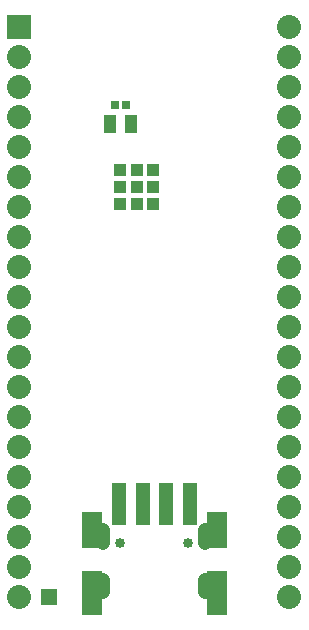
<source format=gbs>
G75*
%MOIN*%
%OFA0B0*%
%FSLAX25Y25*%
%IPPOS*%
%LPD*%
%AMOC8*
5,1,8,0,0,1.08239X$1,22.5*
%
%ADD10R,0.08000X0.08000*%
%ADD11C,0.08000*%
%ADD12C,0.04734*%
%ADD13C,0.03356*%
%ADD14R,0.04143X0.06112*%
%ADD15R,0.03041X0.03041*%
%ADD16R,0.04537X0.13986*%
%ADD17R,0.06506X0.14773*%
%ADD18R,0.06506X0.12411*%
%ADD19R,0.04143X0.04143*%
%ADD20R,0.05324X0.05324*%
D10*
X0009300Y0200050D03*
D11*
X0009300Y0010050D03*
X0009300Y0020050D03*
X0009300Y0030050D03*
X0009300Y0040050D03*
X0009300Y0050050D03*
X0009300Y0060050D03*
X0009300Y0070050D03*
X0009300Y0080050D03*
X0009300Y0090050D03*
X0009300Y0100050D03*
X0009300Y0110050D03*
X0009300Y0120050D03*
X0009300Y0130050D03*
X0009300Y0140050D03*
X0009300Y0150050D03*
X0009300Y0160050D03*
X0009300Y0170050D03*
X0009300Y0180050D03*
X0009300Y0190050D03*
X0099300Y0190050D03*
X0099300Y0180050D03*
X0099300Y0170050D03*
X0099300Y0160050D03*
X0099300Y0150050D03*
X0099300Y0140050D03*
X0099300Y0130050D03*
X0099300Y0120050D03*
X0099300Y0110050D03*
X0099300Y0100050D03*
X0099300Y0090050D03*
X0099300Y0080050D03*
X0099300Y0070050D03*
X0099300Y0060050D03*
X0099300Y0050050D03*
X0099300Y0040050D03*
X0099300Y0030050D03*
X0099300Y0020050D03*
X0099300Y0010050D03*
X0099300Y0200050D03*
D12*
X0071308Y0032235D02*
X0071308Y0028101D01*
X0071308Y0015778D02*
X0071308Y0011644D01*
X0037292Y0011644D02*
X0037292Y0015778D01*
X0037292Y0028101D02*
X0037292Y0032235D01*
D13*
X0042922Y0028081D03*
X0065678Y0028081D03*
D14*
X0046593Y0167550D03*
X0039507Y0167550D03*
D15*
X0041278Y0173800D03*
X0044822Y0173800D03*
D16*
X0042489Y0040867D03*
X0050363Y0040867D03*
X0058237Y0040867D03*
X0066111Y0040867D03*
D17*
X0075166Y0011339D03*
X0033434Y0011339D03*
D18*
X0033434Y0032206D03*
X0075166Y0032206D03*
D19*
X0053906Y0141103D03*
X0053906Y0146615D03*
X0053906Y0152127D03*
X0048394Y0152127D03*
X0048394Y0146615D03*
X0048394Y0141103D03*
X0042883Y0141103D03*
X0042883Y0146615D03*
X0042883Y0152127D03*
D20*
X0019300Y0010050D03*
M02*

</source>
